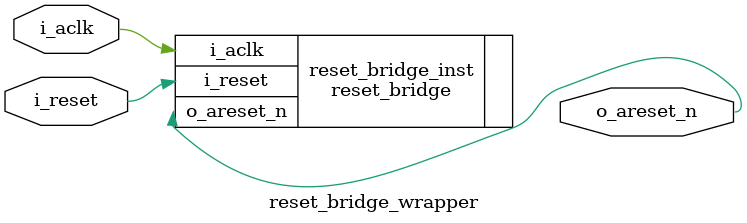
<source format=v>
`timescale 1ns / 1ps


module reset_bridge_wrapper(
    input i_aclk,
    input i_reset,
    output o_areset_n
    );


  reset_bridge reset_bridge_inst(
    .i_aclk(i_aclk),
    .i_reset(i_reset),
    .o_areset_n(o_areset_n)
  );
endmodule

</source>
